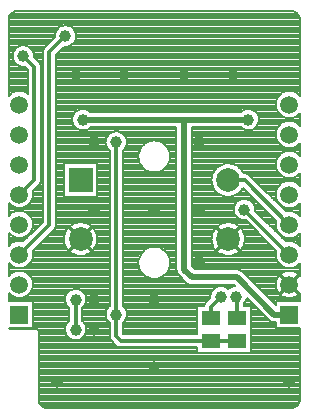
<source format=gbl>
G04 DipTrace 2.4.0.2*
%INiota.GBL*%
%MOMM*%
%ADD14C,0.508*%
%ADD15C,0.305*%
%ADD16C,0.203*%
%ADD17C,0.356*%
%ADD20R,1.5X1.3*%
%ADD21R,1.5X1.5*%
%ADD22C,1.5*%
%ADD25R,2.0X2.0*%
%ADD26C,2.0*%
%ADD30C,1.0*%
%FSLAX53Y53*%
G04*
G71*
G90*
G75*
G01*
%LNBottom*%
%LPD*%
X29696Y16044D2*
D15*
X27474D1*
X19854D1*
X19486Y16411D1*
Y18266D1*
Y32871D1*
X16661Y34776D2*
D14*
X25251D1*
X30661D1*
X34141Y18266D2*
X32871D1*
X29696Y21441D1*
X25886D1*
X25251Y22076D1*
Y34776D1*
X16044Y16996D2*
D15*
Y19536D1*
X28961Y29656D2*
X30371D1*
X34141Y25886D1*
Y23346D2*
X30331Y27156D1*
X28346Y19774D2*
X27474Y18901D1*
Y17944D1*
X29616Y19774D2*
X29696D1*
Y17944D1*
X11616Y40156D2*
X12551Y39221D1*
Y29696D1*
X11281Y28426D1*
X15186Y41856D2*
X13821Y40491D1*
Y25886D1*
X11281Y23346D1*
D30*
X19486Y18266D3*
Y32871D3*
Y18266D3*
X16661Y34776D3*
X30661D3*
X16044Y16996D3*
Y19536D3*
X30331Y27156D3*
X28346Y19774D3*
X29616D3*
X11616Y40156D3*
X15186Y41856D3*
X26521Y27156D3*
X22711Y19536D3*
X26521Y22711D3*
X16044Y38586D3*
X20171D3*
X26521Y32871D3*
X17631Y19536D3*
X29379Y38586D3*
X22711Y27156D3*
X17631Y32871D3*
Y16996D3*
Y27156D3*
X14456Y12551D3*
X34141D3*
X25251Y38586D3*
X22711Y13821D3*
X10627Y43746D2*
D16*
X34797D1*
X10468Y43546D2*
X34952D1*
X10401Y43347D2*
X35022D1*
X10389Y43147D2*
X35035D1*
X10389Y42947D2*
X35035D1*
X10389Y42748D2*
X14963D1*
X15410D2*
X35035D1*
X10389Y42548D2*
X14567D1*
X15803D2*
X35035D1*
X10389Y42348D2*
X14395D1*
X15978D2*
X35035D1*
X10389Y42149D2*
X14300D1*
X16073D2*
X35035D1*
X10389Y41949D2*
X14256D1*
X16117D2*
X35035D1*
X10389Y41749D2*
X14259D1*
X16114D2*
X35035D1*
X10389Y41550D2*
X14059D1*
X16069D2*
X35035D1*
X10389Y41350D2*
X13859D1*
X15968D2*
X35035D1*
X10389Y41150D2*
X13660D1*
X15787D2*
X35035D1*
X10389Y40951D2*
X11144D1*
X12089D2*
X13460D1*
X15334D2*
X35035D1*
X10389Y40751D2*
X10903D1*
X12330D2*
X13298D1*
X14902D2*
X35035D1*
X10389Y40551D2*
X10770D1*
X12460D2*
X13238D1*
X14702D2*
X35035D1*
X10389Y40352D2*
X10703D1*
X12530D2*
X13234D1*
X14503D2*
X35035D1*
X10389Y40152D2*
X10681D1*
X12552D2*
X13234D1*
X14407D2*
X35035D1*
X10389Y39952D2*
X10703D1*
X12641D2*
X13234D1*
X14407D2*
X35035D1*
X10389Y39753D2*
X10776D1*
X12841D2*
X13234D1*
X14407D2*
X35035D1*
X10389Y39553D2*
X10909D1*
X13031D2*
X13234D1*
X14407D2*
X35035D1*
X10389Y39353D2*
X11160D1*
X13123D2*
X13234D1*
X14407D2*
X35035D1*
X10389Y39154D2*
X11798D1*
X14407D2*
X35035D1*
X10389Y38954D2*
X11966D1*
X14407D2*
X35035D1*
X10389Y38754D2*
X11966D1*
X14407D2*
X35035D1*
X10389Y38555D2*
X11966D1*
X14407D2*
X35035D1*
X10389Y38355D2*
X11966D1*
X14407D2*
X35035D1*
X10389Y38155D2*
X11966D1*
X14407D2*
X35035D1*
X10389Y37956D2*
X11966D1*
X14407D2*
X35035D1*
X10389Y37756D2*
X11966D1*
X14407D2*
X35035D1*
X10389Y37556D2*
X11966D1*
X14407D2*
X35035D1*
X10389Y37357D2*
X11966D1*
X14407D2*
X35035D1*
X10389Y37157D2*
X10913D1*
X11651D2*
X11966D1*
X14407D2*
X33772D1*
X34511D2*
X35035D1*
X10389Y36957D2*
X10534D1*
X14407D2*
X33395D1*
X34885D2*
X35035D1*
X14407Y36758D2*
X33198D1*
X14407Y36558D2*
X33075D1*
X14407Y36358D2*
X32998D1*
X14407Y36159D2*
X32964D1*
X14407Y35959D2*
X32960D1*
X14407Y35759D2*
X32992D1*
X14407Y35560D2*
X16168D1*
X17154D2*
X30169D1*
X31152D2*
X33062D1*
X14407Y35360D2*
X15937D1*
X31386D2*
X33179D1*
X14407Y35160D2*
X15810D1*
X31510D2*
X33366D1*
X34917D2*
X35035D1*
X14407Y34961D2*
X15747D1*
X31577D2*
X33699D1*
X34584D2*
X35035D1*
X14407Y34761D2*
X15728D1*
X31596D2*
X35035D1*
X14407Y34561D2*
X15753D1*
X31570D2*
X33630D1*
X34654D2*
X35035D1*
X14407Y34362D2*
X15826D1*
X31497D2*
X33331D1*
X14407Y34162D2*
X15962D1*
X31358D2*
X33160D1*
X14407Y33962D2*
X16226D1*
X17097D2*
X24561D1*
X25940D2*
X30223D1*
X31098D2*
X33049D1*
X14407Y33763D2*
X19264D1*
X19711D2*
X24561D1*
X25940D2*
X32986D1*
X14407Y33563D2*
X18868D1*
X20104D2*
X24561D1*
X25940D2*
X32957D1*
X14407Y33363D2*
X18696D1*
X20279D2*
X24561D1*
X25940D2*
X32967D1*
X14407Y33164D2*
X18601D1*
X20374D2*
X24561D1*
X25940D2*
X33008D1*
X14407Y32964D2*
X18557D1*
X20415D2*
X22338D1*
X23083D2*
X24561D1*
X25940D2*
X33090D1*
X14407Y32764D2*
X18557D1*
X20415D2*
X21913D1*
X23511D2*
X24561D1*
X25940D2*
X33224D1*
X14407Y32565D2*
X18604D1*
X20367D2*
X21688D1*
X23736D2*
X24561D1*
X25940D2*
X33436D1*
X34847D2*
X35035D1*
X14407Y32365D2*
X18706D1*
X20269D2*
X21535D1*
X23885D2*
X24561D1*
X25940D2*
X33890D1*
X34393D2*
X35035D1*
X14407Y32165D2*
X18884D1*
X20088D2*
X21437D1*
X23986D2*
X24561D1*
X25940D2*
X35035D1*
X14407Y31966D2*
X18899D1*
X20072D2*
X21374D1*
X24050D2*
X24561D1*
X25940D2*
X33525D1*
X34758D2*
X35035D1*
X14407Y31766D2*
X18899D1*
X20072D2*
X21342D1*
X24082D2*
X24561D1*
X25940D2*
X33274D1*
X14407Y31566D2*
X18899D1*
X20072D2*
X21339D1*
X24082D2*
X24561D1*
X25940D2*
X33122D1*
X14407Y31367D2*
X18899D1*
X20072D2*
X21367D1*
X24056D2*
X24561D1*
X25940D2*
X33027D1*
X14407Y31167D2*
X18899D1*
X20072D2*
X21427D1*
X23996D2*
X24561D1*
X25940D2*
X32973D1*
X14407Y30967D2*
X15027D1*
X17896D2*
X18899D1*
X20072D2*
X21526D1*
X23898D2*
X24561D1*
X25940D2*
X28412D1*
X29512D2*
X32957D1*
X14407Y30768D2*
X15027D1*
X17896D2*
X18899D1*
X20072D2*
X21668D1*
X23755D2*
X24561D1*
X25940D2*
X28066D1*
X29858D2*
X32973D1*
X14407Y30568D2*
X15027D1*
X17896D2*
X18899D1*
X20072D2*
X21884D1*
X23539D2*
X24561D1*
X25940D2*
X27860D1*
X30064D2*
X33027D1*
X14407Y30368D2*
X15027D1*
X17896D2*
X18899D1*
X20072D2*
X22271D1*
X23152D2*
X24561D1*
X25940D2*
X27720D1*
X30203D2*
X33122D1*
X14407Y30169D2*
X15027D1*
X17896D2*
X18899D1*
X20072D2*
X24561D1*
X25940D2*
X27622D1*
X30635D2*
X33271D1*
X14407Y29969D2*
X15027D1*
X17896D2*
X18899D1*
X20072D2*
X24561D1*
X25940D2*
X27562D1*
X30879D2*
X33519D1*
X34761D2*
X35035D1*
X14407Y29769D2*
X15027D1*
X17896D2*
X18899D1*
X20072D2*
X24561D1*
X25940D2*
X27530D1*
X31079D2*
X35035D1*
X13123Y29570D2*
X13234D1*
X14407D2*
X15027D1*
X17896D2*
X18899D1*
X20072D2*
X24561D1*
X25940D2*
X27530D1*
X31279D2*
X33902D1*
X34381D2*
X35035D1*
X13034Y29370D2*
X13234D1*
X14407D2*
X15027D1*
X17896D2*
X18899D1*
X20072D2*
X24561D1*
X25940D2*
X27555D1*
X31478D2*
X33439D1*
X34844D2*
X35035D1*
X12847Y29170D2*
X13234D1*
X14407D2*
X15027D1*
X17896D2*
X18899D1*
X20072D2*
X24561D1*
X25940D2*
X27613D1*
X31678D2*
X33227D1*
X12647Y28971D2*
X13234D1*
X14407D2*
X15027D1*
X17896D2*
X18899D1*
X20072D2*
X24561D1*
X25940D2*
X27705D1*
X31878D2*
X33090D1*
X12447Y28771D2*
X13234D1*
X14407D2*
X15027D1*
X17896D2*
X18899D1*
X20072D2*
X24561D1*
X25940D2*
X27838D1*
X30086D2*
X30436D1*
X32078D2*
X33008D1*
X12457Y28571D2*
X13234D1*
X14407D2*
X15027D1*
X17896D2*
X18899D1*
X20072D2*
X24561D1*
X25940D2*
X28034D1*
X29889D2*
X30635D1*
X32278D2*
X32967D1*
X12463Y28372D2*
X13234D1*
X14407D2*
X15027D1*
X17896D2*
X18899D1*
X20072D2*
X24561D1*
X25940D2*
X28348D1*
X29572D2*
X30835D1*
X32478D2*
X32957D1*
X12438Y28172D2*
X13234D1*
X14407D2*
X18899D1*
X20072D2*
X24561D1*
X25940D2*
X31035D1*
X32677D2*
X32986D1*
X12374Y27972D2*
X13234D1*
X14407D2*
X18899D1*
X20072D2*
X24561D1*
X25940D2*
X29900D1*
X30765D2*
X31235D1*
X32877D2*
X33049D1*
X12266Y27773D2*
X13234D1*
X14407D2*
X18899D1*
X20072D2*
X24561D1*
X25940D2*
X29636D1*
X31028D2*
X31432D1*
X12095Y27573D2*
X13234D1*
X14407D2*
X18899D1*
X20072D2*
X24561D1*
X25940D2*
X29497D1*
X31164D2*
X31631D1*
X10389Y27373D2*
X10764D1*
X11800D2*
X13234D1*
X14407D2*
X18899D1*
X20072D2*
X24561D1*
X25940D2*
X29424D1*
X31241D2*
X31831D1*
X33477D2*
X33623D1*
X34660D2*
X35035D1*
X10389Y27174D2*
X13234D1*
X14407D2*
X18899D1*
X20072D2*
X24561D1*
X25940D2*
X29398D1*
X31266D2*
X32031D1*
X33677D2*
X35035D1*
X10389Y26974D2*
X10846D1*
X11718D2*
X13234D1*
X14407D2*
X18899D1*
X20072D2*
X24561D1*
X25940D2*
X29414D1*
X31336D2*
X32231D1*
X34577D2*
X35035D1*
X10389Y26774D2*
X10509D1*
X12054D2*
X13234D1*
X14407D2*
X18899D1*
X20072D2*
X24561D1*
X25940D2*
X29481D1*
X31536D2*
X32431D1*
X34914D2*
X35035D1*
X12241Y26575D2*
X13234D1*
X14407D2*
X18899D1*
X20072D2*
X24561D1*
X25940D2*
X29605D1*
X31735D2*
X32630D1*
X12358Y26375D2*
X13234D1*
X14407D2*
X18899D1*
X20072D2*
X24561D1*
X25940D2*
X29836D1*
X31935D2*
X32830D1*
X12428Y26175D2*
X13234D1*
X14407D2*
X18899D1*
X20072D2*
X24561D1*
X25940D2*
X30489D1*
X32135D2*
X32992D1*
X12463Y25976D2*
X13089D1*
X14407D2*
X15931D1*
X16989D2*
X18899D1*
X20072D2*
X24561D1*
X25940D2*
X28431D1*
X29490D2*
X30689D1*
X32335D2*
X32960D1*
X12460Y25776D2*
X12889D1*
X14398D2*
X15578D1*
X17345D2*
X18899D1*
X20072D2*
X24561D1*
X25940D2*
X28076D1*
X29845D2*
X30889D1*
X32535D2*
X32960D1*
X12425Y25576D2*
X12689D1*
X14315D2*
X15366D1*
X17557D2*
X18899D1*
X20072D2*
X24561D1*
X25940D2*
X27866D1*
X30054D2*
X31089D1*
X32731D2*
X32998D1*
X12349Y25377D2*
X12489D1*
X14135D2*
X15223D1*
X17700D2*
X18899D1*
X20072D2*
X24561D1*
X25940D2*
X27724D1*
X30197D2*
X31289D1*
X32931D2*
X33073D1*
X13935Y25177D2*
X15125D1*
X17795D2*
X18899D1*
X20072D2*
X24561D1*
X25940D2*
X27625D1*
X30295D2*
X31489D1*
X10389Y24977D2*
X10534D1*
X13735D2*
X15065D1*
X17858D2*
X18899D1*
X20072D2*
X24561D1*
X25940D2*
X27565D1*
X30359D2*
X31688D1*
X34888D2*
X35035D1*
X10389Y24778D2*
X10906D1*
X11657D2*
X11890D1*
X13535D2*
X15033D1*
X17890D2*
X18899D1*
X20072D2*
X24561D1*
X25940D2*
X27533D1*
X30391D2*
X31888D1*
X33531D2*
X33766D1*
X34517D2*
X35035D1*
X10389Y24578D2*
X11693D1*
X13335D2*
X15030D1*
X17893D2*
X18899D1*
X20072D2*
X24561D1*
X25940D2*
X27530D1*
X30394D2*
X32088D1*
X33730D2*
X35035D1*
X10389Y24378D2*
X10722D1*
X13136D2*
X15055D1*
X17868D2*
X18899D1*
X20072D2*
X24561D1*
X25940D2*
X27555D1*
X30368D2*
X32288D1*
X34701D2*
X35035D1*
X12936Y24179D2*
X15109D1*
X17814D2*
X18899D1*
X20072D2*
X24561D1*
X25940D2*
X27609D1*
X30314D2*
X32488D1*
X12736Y23979D2*
X15198D1*
X17722D2*
X18899D1*
X20072D2*
X22401D1*
X23022D2*
X24561D1*
X25940D2*
X27698D1*
X30222D2*
X32688D1*
X12536Y23779D2*
X15331D1*
X17592D2*
X18899D1*
X20072D2*
X21935D1*
X23489D2*
X24561D1*
X25940D2*
X27831D1*
X30092D2*
X32887D1*
X12441Y23580D2*
X15525D1*
X17399D2*
X18899D1*
X20072D2*
X21700D1*
X23723D2*
X24561D1*
X25940D2*
X28025D1*
X29899D2*
X32979D1*
X12466Y23380D2*
X15832D1*
X17091D2*
X18899D1*
X20072D2*
X21545D1*
X23875D2*
X24561D1*
X25940D2*
X28333D1*
X29591D2*
X32957D1*
X12454Y23180D2*
X18899D1*
X20072D2*
X21443D1*
X23980D2*
X24561D1*
X25940D2*
X32970D1*
X12406Y22981D2*
X18899D1*
X20072D2*
X21377D1*
X24047D2*
X24561D1*
X25940D2*
X33014D1*
X12320Y22781D2*
X18899D1*
X20072D2*
X21342D1*
X24082D2*
X24561D1*
X25940D2*
X33103D1*
X12181Y22581D2*
X18899D1*
X20072D2*
X21339D1*
X24085D2*
X24561D1*
X25940D2*
X33243D1*
X10389Y22382D2*
X10608D1*
X11952D2*
X18899D1*
X20072D2*
X21364D1*
X24059D2*
X24561D1*
X25940D2*
X33468D1*
X34815D2*
X35035D1*
X10389Y22182D2*
X11246D1*
X11317D2*
X18899D1*
X20072D2*
X21421D1*
X23999D2*
X24561D1*
X26112D2*
X35035D1*
X10389Y21982D2*
X18899D1*
X20072D2*
X21516D1*
X23907D2*
X24571D1*
X30108D2*
X35035D1*
X10389Y21783D2*
X10627D1*
X11937D2*
X18899D1*
X20072D2*
X21656D1*
X23768D2*
X24631D1*
X30321D2*
X33487D1*
X34796D2*
X35035D1*
X12168Y21583D2*
X18899D1*
X20072D2*
X21865D1*
X23558D2*
X24780D1*
X30521D2*
X33252D1*
X12314Y21383D2*
X18899D1*
X20072D2*
X22227D1*
X23194D2*
X24980D1*
X30720D2*
X33109D1*
X12403Y21184D2*
X18899D1*
X20072D2*
X25180D1*
X30920D2*
X33021D1*
X12454Y20984D2*
X18899D1*
X20072D2*
X25380D1*
X31120D2*
X32970D1*
X12466Y20784D2*
X18899D1*
X20072D2*
X25744D1*
X31320D2*
X32957D1*
X12444Y20585D2*
X18899D1*
X20072D2*
X27904D1*
X28789D2*
X29173D1*
X31520D2*
X32979D1*
X12387Y20385D2*
X15683D1*
X16403D2*
X18899D1*
X20072D2*
X27647D1*
X31716D2*
X33036D1*
X12285Y20185D2*
X15379D1*
X16707D2*
X18899D1*
X20072D2*
X27511D1*
X31916D2*
X33135D1*
X12127Y19986D2*
X15226D1*
X16859D2*
X18899D1*
X20072D2*
X27438D1*
X32116D2*
X33293D1*
X10389Y19786D2*
X10700D1*
X11864D2*
X15144D1*
X16945D2*
X18899D1*
X20072D2*
X27413D1*
X32316D2*
X33560D1*
X34723D2*
X35035D1*
X10389Y19586D2*
X15109D1*
X16977D2*
X18899D1*
X20072D2*
X27337D1*
X32516D2*
X35035D1*
X12466Y19387D2*
X15122D1*
X16967D2*
X18899D1*
X20072D2*
X27137D1*
X30463D2*
X30784D1*
X32715D2*
X32957D1*
X12466Y19187D2*
X15179D1*
X16910D2*
X18899D1*
X20072D2*
X26966D1*
X30337D2*
X30984D1*
X12466Y18987D2*
X15293D1*
X16796D2*
X18899D1*
X20072D2*
X26290D1*
X30882D2*
X31184D1*
X12466Y18788D2*
X15458D1*
X16631D2*
X18715D1*
X20256D2*
X26290D1*
X30882D2*
X31384D1*
X12466Y18588D2*
X15458D1*
X16631D2*
X18611D1*
X20361D2*
X26290D1*
X30882D2*
X31584D1*
X12466Y18388D2*
X15458D1*
X16631D2*
X18560D1*
X20412D2*
X26290D1*
X30882D2*
X31784D1*
X12466Y18189D2*
X15458D1*
X16631D2*
X18554D1*
X20418D2*
X26290D1*
X30882D2*
X31983D1*
X12466Y17989D2*
X15458D1*
X16631D2*
X18595D1*
X20377D2*
X26290D1*
X30882D2*
X32183D1*
X12466Y17789D2*
X15458D1*
X16631D2*
X18687D1*
X20288D2*
X26290D1*
X30882D2*
X32383D1*
X12466Y17590D2*
X15328D1*
X16761D2*
X18852D1*
X20123D2*
X26290D1*
X30882D2*
X32957D1*
X12466Y17390D2*
X15198D1*
X16888D2*
X18899D1*
X20072D2*
X26290D1*
X30882D2*
X32957D1*
X12466Y17190D2*
X15131D1*
X16958D2*
X18899D1*
X20072D2*
X26290D1*
X30882D2*
X32957D1*
X12926Y16991D2*
X15109D1*
X16980D2*
X18899D1*
X20072D2*
X26290D1*
X30882D2*
X35035D1*
X12926Y16791D2*
X15131D1*
X16954D2*
X18899D1*
X20072D2*
X26290D1*
X30882D2*
X35035D1*
X12926Y16591D2*
X15204D1*
X16885D2*
X18899D1*
X30882D2*
X35035D1*
X12926Y16392D2*
X15337D1*
X16751D2*
X18899D1*
X30882D2*
X35035D1*
X12926Y16192D2*
X15588D1*
X16498D2*
X18944D1*
X30882D2*
X35035D1*
X12926Y15992D2*
X19083D1*
X30882D2*
X35035D1*
X12926Y15793D2*
X19283D1*
X30882D2*
X35035D1*
X12926Y15593D2*
X19489D1*
X30882D2*
X35035D1*
X12926Y15393D2*
X26290D1*
X30882D2*
X35035D1*
X12926Y15194D2*
X26290D1*
X30882D2*
X35035D1*
X12926Y14994D2*
X26290D1*
X30882D2*
X35035D1*
X12926Y14794D2*
X35035D1*
X12926Y14595D2*
X35035D1*
X12926Y14395D2*
X35035D1*
X12926Y14195D2*
X35035D1*
X12926Y13996D2*
X35035D1*
X12926Y13796D2*
X35035D1*
X12926Y13596D2*
X35035D1*
X12926Y13397D2*
X35035D1*
X12926Y13197D2*
X35035D1*
X12926Y12997D2*
X35035D1*
X12926Y12798D2*
X35035D1*
X12926Y12598D2*
X35035D1*
X12926Y12398D2*
X35035D1*
X12926Y12199D2*
X35035D1*
X12926Y11999D2*
X35035D1*
X12926Y11799D2*
X35035D1*
X12926Y11600D2*
X35035D1*
X12926Y11400D2*
X35035D1*
X12929Y11200D2*
X35035D1*
X12929Y11001D2*
X35032D1*
X12996Y10801D2*
X34968D1*
X13132Y10601D2*
X34832D1*
X13469Y10402D2*
X34502D1*
X33078Y19431D2*
X35054D1*
X35056Y20085D1*
X34951Y19969D1*
X34827Y19865D1*
X34689Y19779D1*
X34541Y19713D1*
X34385Y19668D1*
X34225Y19645D1*
X34063Y19644D1*
X33902Y19667D1*
X33746Y19711D1*
X33597Y19777D1*
X33459Y19862D1*
X33335Y19966D1*
X33226Y20086D1*
X33135Y20221D1*
X33063Y20366D1*
X33012Y20520D1*
X32984Y20680D1*
X32977Y20842D1*
X32993Y21004D1*
X33032Y21161D1*
X33092Y21312D1*
X33173Y21453D1*
X33272Y21581D1*
X33388Y21695D1*
X33519Y21791D1*
X33662Y21868D1*
X33814Y21924D1*
X33972Y21959D1*
X34134Y21971D1*
X34296Y21961D1*
X34455Y21928D1*
X34608Y21873D1*
X34752Y21798D1*
X34884Y21704D1*
X35001Y21592D1*
X35056Y21526D1*
Y22629D1*
X34966Y22524D1*
X34810Y22393D1*
X34635Y22292D1*
X34445Y22222D1*
X34245Y22186D1*
X34042D1*
X33843Y22221D1*
X33652Y22289D1*
X33476Y22390D1*
X33320Y22520D1*
X33189Y22675D1*
X33088Y22850D1*
X33017Y23041D1*
X32982Y23240D1*
X32981Y23443D1*
X33015Y23643D1*
X33022Y23664D1*
X30437Y26249D1*
X30347Y26242D1*
X30246Y26246D1*
X30145Y26261D1*
X30047Y26287D1*
X29953Y26324D1*
X29863Y26371D1*
X29779Y26427D1*
X29701Y26493D1*
X29632Y26567D1*
X29571Y26648D1*
X29519Y26735D1*
X29478Y26828D1*
X29447Y26924D1*
X29426Y27024D1*
X29417Y27125D1*
X29419Y27226D1*
X29433Y27327D1*
X29457Y27425D1*
X29492Y27521D1*
X29538Y27611D1*
X29593Y27696D1*
X29657Y27775D1*
X29730Y27846D1*
X29810Y27908D1*
X29897Y27961D1*
X29988Y28004D1*
X30084Y28037D1*
X30183Y28059D1*
X30284Y28070D1*
X30386Y28069D1*
X30486Y28058D1*
X30585Y28035D1*
X30681Y28001D1*
X30773Y27957D1*
X30859Y27904D1*
X30938Y27841D1*
X31010Y27769D1*
X31074Y27690D1*
X31128Y27605D1*
X31173Y27514D1*
X31208Y27418D1*
X31231Y27320D1*
X31246Y27156D1*
X31240Y27052D1*
X33825Y24464D1*
X33932Y24492D1*
X34134Y24511D1*
X34336Y24494D1*
X34532Y24443D1*
X34717Y24359D1*
X34884Y24244D1*
X35028Y24101D1*
X35056Y24072D1*
Y25166D1*
X34966Y25064D1*
X34810Y24933D1*
X34635Y24832D1*
X34445Y24762D1*
X34245Y24726D1*
X34042D1*
X33843Y24761D1*
X33652Y24829D1*
X33476Y24930D1*
X33320Y25060D1*
X33189Y25215D1*
X33088Y25390D1*
X33017Y25581D1*
X32982Y25780D1*
X32981Y25983D1*
X33015Y26183D1*
X33022Y26204D1*
X30217Y29009D1*
X30149Y28888D1*
X30027Y28726D1*
X29883Y28583D1*
X29720Y28462D1*
X29542Y28366D1*
X29351Y28296D1*
X29153Y28255D1*
X28950Y28242D1*
X28748Y28258D1*
X28550Y28303D1*
X28361Y28375D1*
X28184Y28474D1*
X28023Y28598D1*
X27881Y28743D1*
X27762Y28907D1*
X27667Y29086D1*
X27599Y29277D1*
X27558Y29476D1*
X27547Y29678D1*
X27564Y29880D1*
X27611Y30078D1*
X27685Y30266D1*
X27785Y30443D1*
X27910Y30603D1*
X28056Y30743D1*
X28221Y30862D1*
X28401Y30955D1*
X28592Y31022D1*
X28791Y31061D1*
X28994Y31071D1*
X29196Y31051D1*
X29393Y31003D1*
X29581Y30928D1*
X29757Y30826D1*
X29916Y30700D1*
X30055Y30553D1*
X30172Y30387D1*
X30258Y30221D1*
X30371Y30223D1*
X30472Y30214D1*
X30570Y30187D1*
X30661Y30143D1*
X30731Y30095D1*
X31131Y29698D1*
X33825Y27005D1*
X33932Y27032D1*
X34134Y27051D1*
X34336Y27034D1*
X34532Y26983D1*
X34717Y26899D1*
X34884Y26784D1*
X35028Y26641D1*
X35056Y26609D1*
Y27704D1*
X34966Y27604D1*
X34810Y27473D1*
X34635Y27372D1*
X34445Y27302D1*
X34245Y27266D1*
X34042D1*
X33843Y27301D1*
X33652Y27369D1*
X33476Y27470D1*
X33320Y27600D1*
X33189Y27755D1*
X33088Y27930D1*
X33017Y28121D1*
X32982Y28320D1*
X32981Y28523D1*
X33015Y28723D1*
X33083Y28914D1*
X33184Y29090D1*
X33314Y29246D1*
X33468Y29377D1*
X33643Y29479D1*
X33833Y29549D1*
X34033Y29586D1*
X34236Y29587D1*
X34435Y29553D1*
X34626Y29485D1*
X34803Y29385D1*
X34959Y29256D1*
X35056Y29147D1*
Y30248D1*
X34966Y30144D1*
X34810Y30013D1*
X34635Y29912D1*
X34445Y29842D1*
X34245Y29806D1*
X34042D1*
X33843Y29841D1*
X33652Y29909D1*
X33476Y30010D1*
X33320Y30140D1*
X33189Y30295D1*
X33088Y30470D1*
X33017Y30661D1*
X32982Y30860D1*
X32981Y31063D1*
X33015Y31263D1*
X33083Y31454D1*
X33184Y31630D1*
X33314Y31786D1*
X33468Y31917D1*
X33643Y32019D1*
X33833Y32089D1*
X34033Y32126D1*
X34236Y32127D1*
X34435Y32093D1*
X34626Y32025D1*
X34803Y31925D1*
X34959Y31796D1*
X35057Y31684D1*
X35056Y32785D1*
X34966Y32684D1*
X34810Y32553D1*
X34635Y32452D1*
X34445Y32382D1*
X34245Y32346D1*
X34042D1*
X33843Y32381D1*
X33652Y32449D1*
X33476Y32550D1*
X33320Y32680D1*
X33189Y32835D1*
X33088Y33010D1*
X33017Y33201D1*
X32982Y33400D1*
X32981Y33603D1*
X33015Y33803D1*
X33083Y33994D1*
X33184Y34170D1*
X33314Y34326D1*
X33468Y34457D1*
X33643Y34559D1*
X33833Y34629D1*
X34033Y34666D1*
X34236Y34667D1*
X34435Y34633D1*
X34626Y34565D1*
X34803Y34465D1*
X34959Y34336D1*
X35057Y34224D1*
X35056Y35329D1*
X34966Y35224D1*
X34810Y35093D1*
X34635Y34992D1*
X34445Y34922D1*
X34245Y34886D1*
X34042D1*
X33843Y34921D1*
X33652Y34989D1*
X33476Y35090D1*
X33320Y35220D1*
X33189Y35375D1*
X33088Y35550D1*
X33017Y35741D1*
X32982Y35940D1*
X32981Y36143D1*
X33015Y36343D1*
X33083Y36534D1*
X33184Y36710D1*
X33314Y36866D1*
X33468Y36997D1*
X33643Y37099D1*
X33833Y37169D1*
X34033Y37206D1*
X34236Y37207D1*
X34435Y37173D1*
X34626Y37105D1*
X34803Y37005D1*
X34959Y36876D1*
X35057Y36764D1*
X35056Y42443D1*
X35053Y43231D1*
X35052Y43317D1*
X34977Y43542D1*
X34838Y43731D1*
X34648Y43869D1*
X34425Y43943D1*
X33937Y43946D1*
X11183Y43944D1*
X10996Y43942D1*
X10771Y43867D1*
X10582Y43728D1*
X10444Y43538D1*
X10370Y43315D1*
X10367Y42827D1*
Y36765D1*
X10454Y36866D1*
X10608Y36997D1*
X10783Y37099D1*
X10973Y37169D1*
X11173Y37206D1*
X11376Y37207D1*
X11575Y37173D1*
X11766Y37105D1*
X11943Y37005D1*
X11986Y36972D1*
X11984Y38987D1*
X11722Y39249D1*
X11632Y39242D1*
X11531Y39246D1*
X11430Y39261D1*
X11332Y39287D1*
X11238Y39324D1*
X11148Y39371D1*
X11064Y39427D1*
X10986Y39493D1*
X10917Y39567D1*
X10856Y39648D1*
X10804Y39735D1*
X10763Y39828D1*
X10732Y39924D1*
X10711Y40024D1*
X10702Y40125D1*
X10704Y40226D1*
X10718Y40327D1*
X10742Y40425D1*
X10777Y40521D1*
X10823Y40611D1*
X10878Y40696D1*
X10942Y40775D1*
X11015Y40846D1*
X11095Y40908D1*
X11182Y40961D1*
X11273Y41004D1*
X11369Y41037D1*
X11468Y41059D1*
X11569Y41070D1*
X11671Y41069D1*
X11771Y41058D1*
X11870Y41035D1*
X11966Y41001D1*
X12058Y40957D1*
X12144Y40904D1*
X12223Y40841D1*
X12295Y40769D1*
X12359Y40690D1*
X12413Y40605D1*
X12458Y40514D1*
X12493Y40418D1*
X12516Y40320D1*
X12531Y40156D1*
X12525Y40052D1*
X12952Y39622D1*
X13017Y39544D1*
X13067Y39456D1*
X13101Y39361D1*
X13116Y39277D1*
X13118Y38714D1*
Y29696D1*
X13109Y29595D1*
X13082Y29498D1*
X13038Y29406D1*
X12990Y29337D1*
X12593Y28936D1*
X12403Y28746D1*
X12441Y28537D1*
X12446Y28426D1*
X12428Y28224D1*
X12376Y28028D1*
X12290Y27845D1*
X12174Y27678D1*
X12031Y27535D1*
X11865Y27418D1*
X11681Y27333D1*
X11486Y27280D1*
X11284Y27262D1*
X11082Y27279D1*
X10886Y27331D1*
X10702Y27416D1*
X10535Y27532D1*
X10392Y27675D1*
X10367Y27703D1*
Y26609D1*
X10454Y26706D1*
X10608Y26837D1*
X10783Y26939D1*
X10973Y27009D1*
X11173Y27046D1*
X11376Y27047D1*
X11575Y27013D1*
X11766Y26945D1*
X11943Y26845D1*
X12099Y26716D1*
X12230Y26561D1*
X12333Y26386D1*
X12404Y26197D1*
X12441Y25997D1*
X12446Y25886D1*
X12428Y25684D1*
X12376Y25488D1*
X12290Y25305D1*
X12174Y25138D1*
X12031Y24995D1*
X11865Y24878D1*
X11681Y24793D1*
X11486Y24740D1*
X11284Y24722D1*
X11082Y24739D1*
X10886Y24791D1*
X10702Y24876D1*
X10535Y24992D1*
X10392Y25135D1*
X10366Y25167D1*
X10367Y24065D1*
X10454Y24166D1*
X10608Y24297D1*
X10783Y24399D1*
X10973Y24469D1*
X11173Y24506D1*
X11376Y24507D1*
X11575Y24473D1*
X11597Y24467D1*
X12675Y25542D1*
X13256Y26122D1*
X13254Y32890D1*
Y40491D1*
X13263Y40592D1*
X13290Y40690D1*
X13334Y40781D1*
X13383Y40851D1*
X13779Y41251D1*
X14279Y41751D1*
X14274Y41926D1*
X14288Y42027D1*
X14312Y42125D1*
X14347Y42221D1*
X14393Y42311D1*
X14448Y42396D1*
X14512Y42475D1*
X14585Y42546D1*
X14665Y42608D1*
X14752Y42661D1*
X14843Y42704D1*
X14939Y42737D1*
X15038Y42759D1*
X15139Y42770D1*
X15241Y42769D1*
X15341Y42758D1*
X15440Y42735D1*
X15536Y42701D1*
X15628Y42657D1*
X15714Y42604D1*
X15793Y42541D1*
X15865Y42469D1*
X15929Y42390D1*
X15983Y42305D1*
X16028Y42214D1*
X16063Y42118D1*
X16086Y42020D1*
X16101Y41856D1*
X16095Y41755D1*
X16078Y41655D1*
X16051Y41557D1*
X16012Y41463D1*
X15964Y41374D1*
X15906Y41291D1*
X15839Y41215D1*
X15764Y41147D1*
X15681Y41087D1*
X15593Y41037D1*
X15500Y40997D1*
X15403Y40968D1*
X15303Y40949D1*
X15202Y40942D1*
X15079Y40949D1*
X14387Y40255D1*
X14388Y25886D1*
X14379Y25785D1*
X14352Y25688D1*
X14308Y25596D1*
X14260Y25527D1*
X13863Y25126D1*
X12403Y23666D1*
X12427Y23558D1*
X12446Y23356D1*
X12441Y23245D1*
X12406Y23045D1*
X12337Y22855D1*
X12236Y22679D1*
X12106Y22524D1*
X11950Y22393D1*
X11775Y22292D1*
X11585Y22222D1*
X11385Y22186D1*
X11182D1*
X10983Y22221D1*
X10792Y22289D1*
X10616Y22390D1*
X10460Y22520D1*
X10366Y22627D1*
X10367Y21528D1*
X10454Y21626D1*
X10608Y21757D1*
X10783Y21859D1*
X10973Y21929D1*
X11173Y21966D1*
X11376Y21967D1*
X11575Y21933D1*
X11766Y21865D1*
X11943Y21765D1*
X12099Y21636D1*
X12230Y21481D1*
X12333Y21306D1*
X12404Y21117D1*
X12441Y20917D1*
X12446Y20806D1*
X12428Y20604D1*
X12376Y20408D1*
X12290Y20225D1*
X12174Y20058D1*
X12031Y19915D1*
X11865Y19798D1*
X11681Y19713D1*
X11486Y19660D1*
X11284Y19642D1*
X11082Y19659D1*
X10886Y19711D1*
X10702Y19796D1*
X10535Y19912D1*
X10392Y20055D1*
X10366Y20087D1*
X10367Y19428D1*
X10827Y19431D1*
X12446D1*
Y17102D1*
X10419D1*
X10475Y17057D1*
X10534Y17038D1*
X12475Y17037D1*
X12805D1*
X12891Y16987D1*
X12907Y16935D1*
X12908Y11185D1*
X12910Y10998D1*
X12985Y10773D1*
X13124Y10584D1*
X13314Y10446D1*
X13537Y10372D1*
X14026Y10369D1*
X34240Y10368D1*
X34427Y10370D1*
X34652Y10445D1*
X34841Y10584D1*
X34979Y10774D1*
X35053Y10997D1*
X35056Y11486D1*
Y17103D1*
X32977Y17102D1*
Y17600D1*
X32871Y17598D1*
X32770Y17605D1*
X32671Y17628D1*
X32577Y17666D1*
X32490Y17717D1*
X32398Y17793D1*
X30526Y19666D1*
X30481Y19475D1*
X30442Y19381D1*
X30394Y19292D1*
X30336Y19209D1*
X30262Y19126D1*
X30263Y19009D1*
X30861Y19008D1*
X30858Y16879D1*
X30861Y16804D1*
Y14979D1*
X28532Y14982D1*
X28334Y14979D1*
X26309D1*
Y15477D1*
X19854D1*
X19753Y15486D1*
X19655Y15513D1*
X19564Y15557D1*
X19494Y15605D1*
X19085Y16010D1*
X19020Y16088D1*
X18970Y16176D1*
X18937Y16272D1*
X18922Y16356D1*
X18919Y16919D1*
Y17550D1*
X18856Y17603D1*
X18787Y17677D1*
X18726Y17758D1*
X18674Y17845D1*
X18633Y17938D1*
X18602Y18034D1*
X18581Y18134D1*
X18572Y18235D1*
X18574Y18336D1*
X18588Y18437D1*
X18612Y18535D1*
X18647Y18631D1*
X18693Y18721D1*
X18748Y18806D1*
X18812Y18885D1*
X18918Y18981D1*
X18919Y21920D1*
Y32156D1*
X18856Y32208D1*
X18787Y32282D1*
X18726Y32363D1*
X18674Y32450D1*
X18633Y32543D1*
X18602Y32639D1*
X18581Y32739D1*
X18572Y32840D1*
X18574Y32941D1*
X18588Y33042D1*
X18612Y33140D1*
X18647Y33236D1*
X18693Y33326D1*
X18748Y33411D1*
X18812Y33490D1*
X18885Y33561D1*
X18965Y33623D1*
X19052Y33676D1*
X19143Y33719D1*
X19239Y33752D1*
X19338Y33774D1*
X19439Y33785D1*
X19541Y33784D1*
X19641Y33773D1*
X19740Y33750D1*
X19836Y33716D1*
X19928Y33672D1*
X20014Y33619D1*
X20093Y33556D1*
X20165Y33484D1*
X20229Y33405D1*
X20283Y33320D1*
X20328Y33229D1*
X20363Y33133D1*
X20386Y33035D1*
X20401Y32871D1*
X20395Y32770D1*
X20378Y32670D1*
X20351Y32572D1*
X20312Y32478D1*
X20264Y32389D1*
X20206Y32306D1*
X20139Y32230D1*
X20051Y32153D1*
X20053Y31247D1*
Y18982D1*
X20165Y18879D1*
X20229Y18800D1*
X20283Y18715D1*
X20328Y18624D1*
X20363Y18528D1*
X20386Y18430D1*
X20401Y18266D1*
X20395Y18165D1*
X20378Y18065D1*
X20351Y17967D1*
X20312Y17873D1*
X20264Y17784D1*
X20206Y17701D1*
X20139Y17625D1*
X20051Y17548D1*
X20053Y16645D1*
X20158Y16611D1*
X26309D1*
X26312Y17108D1*
X26309Y17184D1*
Y19008D1*
X26915D1*
X26937Y19084D1*
X26978Y19177D1*
X27073Y19302D1*
X27438Y19668D1*
X27434Y19844D1*
X27448Y19944D1*
X27472Y20043D1*
X27507Y20138D1*
X27553Y20229D1*
X27608Y20314D1*
X27672Y20392D1*
X27745Y20463D1*
X27825Y20525D1*
X27912Y20578D1*
X28003Y20622D1*
X28099Y20654D1*
X28198Y20676D1*
X28299Y20687D1*
X28401D1*
X28501Y20675D1*
X28600Y20652D1*
X28696Y20619D1*
X28788Y20575D1*
X28874Y20521D1*
X28982Y20429D1*
X29095Y20525D1*
X29182Y20578D1*
X29273Y20622D1*
X29369Y20654D1*
X29509Y20681D1*
X29418Y20774D1*
X27565Y20773D1*
X25886D1*
X25785Y20780D1*
X25686Y20803D1*
X25592Y20841D1*
X25505Y20892D1*
X25413Y20968D1*
X24778Y21603D1*
X24712Y21680D1*
X24659Y21766D1*
X24619Y21860D1*
X24593Y21958D1*
X24583Y22076D1*
Y34107D1*
X17287Y34108D1*
X17156Y34007D1*
X17068Y33957D1*
X16975Y33917D1*
X16878Y33888D1*
X16778Y33869D1*
X16677Y33862D1*
X16576Y33866D1*
X16475Y33881D1*
X16377Y33907D1*
X16283Y33944D1*
X16193Y33991D1*
X16109Y34047D1*
X16031Y34113D1*
X15962Y34187D1*
X15901Y34268D1*
X15849Y34355D1*
X15808Y34448D1*
X15777Y34544D1*
X15756Y34644D1*
X15747Y34745D1*
X15749Y34846D1*
X15763Y34947D1*
X15787Y35045D1*
X15822Y35141D1*
X15868Y35231D1*
X15923Y35316D1*
X15987Y35395D1*
X16060Y35466D1*
X16140Y35528D1*
X16227Y35581D1*
X16318Y35624D1*
X16414Y35657D1*
X16513Y35679D1*
X16614Y35690D1*
X16716Y35689D1*
X16816Y35678D1*
X16915Y35655D1*
X17011Y35621D1*
X17103Y35577D1*
X17189Y35524D1*
X17284Y35445D1*
X30038D1*
X30140Y35528D1*
X30227Y35581D1*
X30318Y35624D1*
X30414Y35657D1*
X30513Y35679D1*
X30614Y35690D1*
X30716Y35689D1*
X30816Y35678D1*
X30915Y35655D1*
X31011Y35621D1*
X31103Y35577D1*
X31189Y35524D1*
X31268Y35461D1*
X31340Y35389D1*
X31404Y35310D1*
X31458Y35225D1*
X31503Y35134D1*
X31538Y35038D1*
X31561Y34940D1*
X31576Y34776D1*
X31570Y34675D1*
X31553Y34575D1*
X31526Y34477D1*
X31487Y34383D1*
X31439Y34294D1*
X31381Y34211D1*
X31314Y34135D1*
X31239Y34067D1*
X31156Y34007D1*
X31068Y33957D1*
X30975Y33917D1*
X30878Y33888D1*
X30778Y33869D1*
X30677Y33862D1*
X30576Y33866D1*
X30475Y33881D1*
X30377Y33907D1*
X30283Y33944D1*
X30193Y33991D1*
X30109Y34047D1*
X30039Y34107D1*
X25919Y34108D1*
X25920Y22352D1*
X26161Y22112D1*
X27409Y22110D1*
X29696D1*
X29797Y22102D1*
X29896Y22079D1*
X29990Y22042D1*
X30078Y21990D1*
X30169Y21914D1*
X32975Y19108D1*
X32977Y19431D1*
X33078D1*
X15148Y31071D2*
X17876D1*
Y28242D1*
X15047D1*
Y31071D1*
X15148D1*
X17876Y24636D2*
X17864Y24474D1*
X17834Y24315D1*
X17786Y24160D1*
X17720Y24011D1*
X17638Y23871D1*
X17540Y23742D1*
X17428Y23624D1*
X17304Y23520D1*
X17168Y23431D1*
X17023Y23358D1*
X16871Y23302D1*
X16713Y23264D1*
X16552Y23245D1*
X16389Y23243D1*
X16228Y23261D1*
X16070Y23297D1*
X15917Y23351D1*
X15771Y23422D1*
X15634Y23509D1*
X15508Y23611D1*
X15394Y23727D1*
X15295Y23856D1*
X15211Y23995D1*
X15143Y24142D1*
X15093Y24296D1*
X15061Y24456D1*
X15047Y24617D1*
X15052Y24779D1*
X15075Y24940D1*
X15117Y25097D1*
X15176Y25248D1*
X15253Y25391D1*
X15345Y25525D1*
X15452Y25647D1*
X15572Y25756D1*
X15704Y25851D1*
X15845Y25930D1*
X15995Y25992D1*
X16151Y26037D1*
X16312Y26063D1*
X16474Y26071D1*
X16636Y26060D1*
X16795Y26031D1*
X16951Y25984D1*
X17099Y25919D1*
X17240Y25837D1*
X17370Y25740D1*
X17488Y25629D1*
X17593Y25505D1*
X17683Y25370D1*
X17756Y25225D1*
X17813Y25073D1*
X17852Y24916D1*
X17872Y24755D1*
X17876Y24636D1*
X30376D2*
X30364Y24474D1*
X30334Y24315D1*
X30286Y24160D1*
X30220Y24011D1*
X30138Y23871D1*
X30040Y23742D1*
X29928Y23624D1*
X29804Y23520D1*
X29668Y23431D1*
X29523Y23358D1*
X29371Y23302D1*
X29213Y23264D1*
X29052Y23245D1*
X28889Y23243D1*
X28728Y23261D1*
X28570Y23297D1*
X28417Y23351D1*
X28271Y23422D1*
X28134Y23509D1*
X28008Y23611D1*
X27894Y23727D1*
X27795Y23856D1*
X27711Y23995D1*
X27643Y24142D1*
X27593Y24296D1*
X27561Y24456D1*
X27547Y24617D1*
X27552Y24779D1*
X27575Y24940D1*
X27617Y25097D1*
X27676Y25248D1*
X27753Y25391D1*
X27845Y25525D1*
X27952Y25647D1*
X28072Y25756D1*
X28204Y25851D1*
X28345Y25930D1*
X28495Y25992D1*
X28651Y26037D1*
X28812Y26063D1*
X28974Y26071D1*
X29136Y26060D1*
X29295Y26031D1*
X29451Y25984D1*
X29599Y25919D1*
X29740Y25837D1*
X29870Y25740D1*
X29988Y25629D1*
X30093Y25505D1*
X30183Y25370D1*
X30256Y25225D1*
X30313Y25073D1*
X30352Y24916D1*
X30372Y24755D1*
X30376Y24636D1*
X24062Y31555D2*
X24032Y31354D1*
X23972Y31161D1*
X23884Y30978D1*
X23770Y30810D1*
X23632Y30662D1*
X23473Y30536D1*
X23297Y30435D1*
X23108Y30361D1*
X22910Y30316D1*
X22708Y30301D1*
X22506Y30317D1*
X22308Y30363D1*
X22120Y30437D1*
X21944Y30539D1*
X21786Y30666D1*
X21649Y30816D1*
X21535Y30984D1*
X21448Y31167D1*
X21389Y31361D1*
X21360Y31562D1*
X21361Y31764D1*
X21392Y31965D1*
X21453Y32158D1*
X21542Y32340D1*
X21657Y32507D1*
X21796Y32655D1*
X21955Y32781D1*
X22132Y32881D1*
X22321Y32954D1*
X22519Y32997D1*
X22721Y33011D1*
X22923Y32994D1*
X23121Y32948D1*
X23309Y32872D1*
X23484Y32769D1*
X23641Y32642D1*
X23778Y32492D1*
X23891Y32323D1*
X23977Y32140D1*
X24035Y31945D1*
X24063Y31744D1*
X24062Y31555D1*
Y22555D2*
X24032Y22354D1*
X23972Y22161D1*
X23884Y21978D1*
X23770Y21810D1*
X23632Y21662D1*
X23473Y21536D1*
X23297Y21435D1*
X23108Y21361D1*
X22910Y21316D1*
X22708Y21301D1*
X22506Y21317D1*
X22308Y21363D1*
X22120Y21437D1*
X21944Y21539D1*
X21786Y21666D1*
X21649Y21816D1*
X21535Y21984D1*
X21448Y22167D1*
X21389Y22361D1*
X21360Y22562D1*
X21361Y22764D1*
X21392Y22965D1*
X21453Y23158D1*
X21542Y23340D1*
X21657Y23507D1*
X21796Y23655D1*
X21955Y23781D1*
X22132Y23881D1*
X22321Y23954D1*
X22519Y23997D1*
X22721Y24011D1*
X22923Y23994D1*
X23121Y23948D1*
X23309Y23872D1*
X23484Y23769D1*
X23641Y23642D1*
X23778Y23492D1*
X23891Y23323D1*
X23977Y23140D1*
X24035Y22945D1*
X24063Y22744D1*
X24062Y22555D1*
X18922Y17548D2*
X18856Y17603D1*
X18787Y17677D1*
X18726Y17758D1*
X18674Y17845D1*
X18633Y17938D1*
X18602Y18034D1*
X18581Y18134D1*
X18572Y18235D1*
X18574Y18336D1*
X18588Y18437D1*
X18612Y18535D1*
X18647Y18631D1*
X18693Y18721D1*
X18748Y18806D1*
X18812Y18885D1*
X18918Y18981D1*
X20051Y18984D2*
X20165Y18879D1*
X20229Y18800D1*
X20283Y18715D1*
X20328Y18624D1*
X20363Y18528D1*
X20386Y18430D1*
X20401Y18266D1*
X20395Y18165D1*
X20378Y18065D1*
X20351Y17967D1*
X20312Y17873D1*
X20264Y17784D1*
X20206Y17701D1*
X20139Y17625D1*
X20051Y17548D1*
X15477Y17716D2*
Y18820D1*
X15414Y18873D1*
X15344Y18947D1*
X15283Y19028D1*
X15232Y19115D1*
X15190Y19208D1*
X15159Y19304D1*
X15139Y19404D1*
X15130Y19505D1*
X15132Y19606D1*
X15145Y19707D1*
X15170Y19805D1*
X15205Y19901D1*
X15250Y19991D1*
X15306Y20076D1*
X15370Y20155D1*
X15443Y20226D1*
X15523Y20288D1*
X15609Y20341D1*
X15701Y20384D1*
X15797Y20417D1*
X15896Y20439D1*
X15997Y20450D1*
X16098Y20449D1*
X16199Y20438D1*
X16298Y20415D1*
X16394Y20381D1*
X16485Y20337D1*
X16571Y20284D1*
X16651Y20221D1*
X16723Y20149D1*
X16786Y20070D1*
X16841Y19985D1*
X16886Y19894D1*
X16920Y19798D1*
X16944Y19700D1*
X16958Y19536D1*
X16953Y19435D1*
X16936Y19335D1*
X16908Y19237D1*
X16870Y19143D1*
X16821Y19054D1*
X16763Y18971D1*
X16696Y18895D1*
X16608Y18818D1*
X16611Y17912D1*
Y17712D1*
X16723Y17609D1*
X16786Y17530D1*
X16841Y17445D1*
X16886Y17354D1*
X16920Y17258D1*
X16944Y17160D1*
X16958Y16996D1*
X16953Y16895D1*
X16936Y16795D1*
X16908Y16697D1*
X16870Y16603D1*
X16821Y16514D1*
X16763Y16431D1*
X16696Y16355D1*
X16621Y16287D1*
X16539Y16227D1*
X16451Y16177D1*
X16357Y16137D1*
X16260Y16108D1*
X16161Y16089D1*
X16059Y16082D1*
X15958Y16086D1*
X15858Y16101D1*
X15760Y16127D1*
X15665Y16164D1*
X15575Y16211D1*
X15491Y16267D1*
X15414Y16333D1*
X15344Y16407D1*
X15283Y16488D1*
X15232Y16575D1*
X15190Y16668D1*
X15159Y16764D1*
X15139Y16864D1*
X15130Y16965D1*
X15132Y17066D1*
X15145Y17167D1*
X15170Y17265D1*
X15205Y17361D1*
X15250Y17451D1*
X15306Y17536D1*
X15370Y17615D1*
X15475Y17711D1*
X33318Y21630D2*
D17*
X34965Y19983D1*
Y21630D2*
X33318Y19983D1*
X15461Y25656D2*
X17461Y23656D1*
Y25656D2*
X15461Y23656D1*
X27961Y25656D2*
X29961Y23656D1*
Y25656D2*
X27961Y23656D1*
D21*
X34141Y18266D3*
D22*
Y20806D3*
Y23346D3*
Y25886D3*
Y28426D3*
Y30966D3*
Y33506D3*
Y36046D3*
D21*
X11281Y18266D3*
D22*
Y20806D3*
Y23346D3*
Y25886D3*
Y28426D3*
Y30966D3*
Y33506D3*
Y36046D3*
D20*
X29696Y16044D3*
Y17944D3*
X27474Y16044D3*
Y17944D3*
D25*
X16461Y29656D3*
D26*
X28961D3*
X16461Y24656D3*
X28961D3*
M02*

</source>
